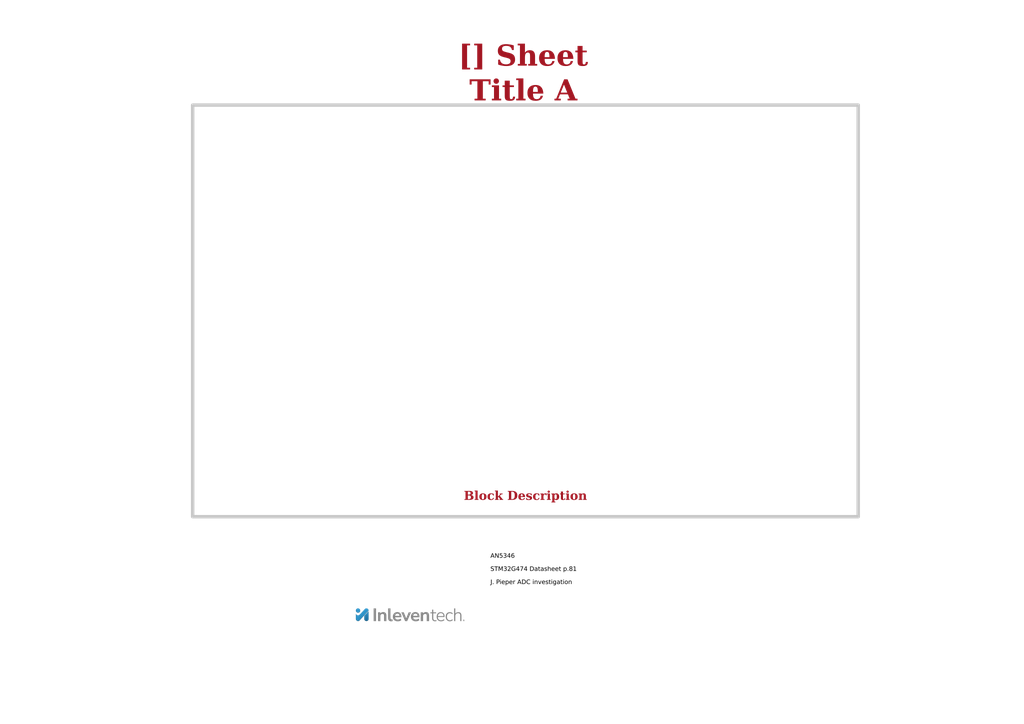
<source format=kicad_sch>
(kicad_sch
	(version 20250114)
	(generator "eeschema")
	(generator_version "9.0")
	(uuid "ea8c4f5e-7a49-4faf-a994-dbc85ed86b0a")
	(paper "A4")
	(title_block
		(title "Sheet Title A")
		(date "2025-11-08")
		(rev "${REVISION}")
		(company "${COMPANY}")
	)
	(lib_symbols)
	(rectangle
		(start 55.88 30.48)
		(end 248.92 149.86)
		(stroke
			(width 1)
			(type default)
			(color 200 200 200 1)
		)
		(fill
			(type none)
		)
		(uuid bb86d4de-8a6c-49fd-bb3c-0c8f9cc72e55)
	)
	(text "J. Pieper ADC investigation"
		(exclude_from_sim no)
		(at 142.24 170.18 0)
		(effects
			(font
				(face "Arial")
				(size 1.27 1.27)
				(color 0 0 0 1)
			)
			(justify left bottom)
			(href "https://jpieper.com/2023/07/24/stm32g4-adc-performance-part-2/")
		)
		(uuid "9b3ecc35-3df2-428b-a29e-c6c2c744422e")
	)
	(text "STM32G474 Datasheet p.81"
		(exclude_from_sim no)
		(at 142.24 166.37 0)
		(effects
			(font
				(face "Arial")
				(size 1.27 1.27)
				(color 0 0 0 1)
			)
			(justify left bottom)
			(href "https://www.st.com/resource/en/datasheet/stm32g474cb.pdf")
		)
		(uuid "e6fea1fe-2cf8-4a39-929e-14f4aedafb02")
	)
	(text "AN5346"
		(exclude_from_sim no)
		(at 142.24 162.56 0)
		(effects
			(font
				(face "Arial")
				(size 1.27 1.27)
				(color 0 0 0 1)
			)
			(justify left bottom)
			(href "https://www.st.com/resource/en/application_note/an5346-stm32g4-adc-use-tips-and-recommendations-stmicroelectronics.pdf")
		)
		(uuid "f25578fd-4ab6-4599-95bc-eaa8a509f479")
	)
	(text_box "[${#}] ${TITLE}"
		(exclude_from_sim no)
		(at 115.57 15.24 0)
		(size 72.39 12.7)
		(margins 4.4999 4.4999 4.4999 4.4999)
		(stroke
			(width -0.0001)
			(type default)
		)
		(fill
			(type none)
		)
		(effects
			(font
				(face "Times New Roman")
				(size 6 6)
				(thickness 1.2)
				(bold yes)
				(color 162 22 34 1)
			)
		)
		(uuid "b2c13488-4f2f-433b-bdc6-d210d1646aca")
	)
	(text_box "Block Description"
		(exclude_from_sim no)
		(at 57.15 139.7 0)
		(size 190.5 7.62)
		(margins 1.9049 1.9049 1.9049 1.9049)
		(stroke
			(width -0.0001)
			(type default)
		)
		(fill
			(type none)
		)
		(effects
			(font
				(face "Times New Roman")
				(size 2.54 2.54)
				(thickness 0.508)
				(bold yes)
				(color 162 22 34 1)
			)
			(justify bottom)
		)
		(uuid "b610ad11-6470-4e17-bb6a-df05c5ad2515")
	)
	(image
		(at 118.999 178.3334)
		(scale 0.134391)
		(uuid "7047ec37-1cdb-4f96-9184-785cd5468fbe")
		(data "iVBORw0KGgoAAAANSUhEUgAAApMAAABRCAYAAACOqS1rAAAAAXNSR0IArs4c6QAAAARnQU1BAACx"
			"jwv8YQUAAAAJcEhZcwAACxMAAAsTAQCanBgAAHJ6SURBVHhe7V0JYBTV3Z/ZzUFOgoAogoSjUkEF"
			"iwceVdBqv2qt2ortV2vFaq1WrdZ6gMolgoAHAqKCHKL2q0q1AiK2IgHUqiA3KEK4IQkhJCH3XjPf"
			"7/fmzbJJdjc7m9klgf0ls/Pemzcz7/y/3/u/Y5QEEkgggQQSSCCBBBKIFqo8N4kb3lw9SHU4blAV"
			"ZzfclIs7c1RF3eN0KOWqrq9waO4F/3fLBbukd12eWxyu/ftn7VL19NsU1dFPV5VcxAGHcsShqOWq"
			"qm9wKM7lvurKFe/ecVGZCgd5W4vB+PHjb0C4bpDWiFFbW/t3h8Px6ejRozXplEADTJ48Ocflck3W"
			"dZQMC8A9H27ZsuVf8+fP90mnBBJIIIEETgCEazfYNqDN/QBGr+Fy/CJso3nD3HU5bsX9gMenPujR"
			"9RyP5tC9oFcaEs3hUPUkh6okg4WlJzuVtCSH4lCUjarqm6K//8y8d999V2tJZOznr305yJfkHOXV"
			"lEF1aPI9msp4CNabjHg4cbRBHNIRoZQkR7nD512keGrHvH3bxTtbUjwmTJgwBqeRhi1yFBQUPP7W"
			"W29NLy0trZBOCTTA2LFjuycnJ++U1oiBNH1p0qRJzJMjOBJkPYEEEkjgBEG4doNtwyuvvDK6srKy"
			"DNbjum0A/wuOn7zy2aByV+26khpt9KE6rW1Zna5Uun1qHZilC4ysFubKOq9aVuNVCivcyn4cR1y+"
			"c7y6c7b+i2Hzrn3hox/gMZY0PLHCFa9+8WKpR19WVO27vLhW0ytcmlLj8Sl1iAfjUuX2KUfqvEpx"
			"tRGPokp3To3muFVLzVx28xurHh40aFASHtMi4qJp0ZXHurq6VBTsVBhbRDyOJ3g8ntTMzMxkaU0g"
			"gQQSSCABxe12t0GbnTxkyJDjvt0NSiYvm5b3wBG3llfm0nOpxdN1PwHRdWrpAjR1tPvgAeRML672"
			"KAWVbr1Wcd6S2bnLJ5c9NuMsScSOCahZveSlFetKXdoDVV5F9WmKiqCKMEsv4iwiBzde88ATiKVe"
			"UOFSSmu9p+vJaZNO+t24cfDR6okYCI80JWA3qqqqePLXiwQSSCCBBE5sOBwOpbq6Wpk/f/5x3zY0"
			"IpMXvrD0gQqX9mKd5lA01UHiKFpImRKw6MZhOsl5AvhRNdhqPJpyqMqtVLq10zudfcFHyvnXn4XL"
			"TvqJJwZNzsvZf6Q8r8qj9tcYTRkXlTgafnEWETF+TageTdcP13hBjusUPS3j0V+9/uVkuKdanU/X"
			"ktCShuuPN0ii3mrLRgIJJJBAAvaCI4kZGRk0HvdtQz0y2f+ZJbm1Xm2y1+HkpEhBvMSFAE2e6RQI"
			"v4skmnU+XT9U7VGqfEqXjv0GLer/mwe74mrIIfVY4Iiuv+jSHP01Z5KO7oF0ZRCNeZKAGWwzjnQ3"
			"LjG+sHNOZbVHV6hx1VPS7/7FK0sf6d69OzWUrRKtmQi3ZATUiQRZTyCBBBJIoCGO+7ahHsHTdC3P"
			"pzoVh+qkCk+6AgGaPDEW3EDDJS7IQwD+3UKz51FcitKl2+BfjOzUqVMargQ8NHY4b3LeaK/i/L3i"
			"ZFzY1OO1RnyCZqhxBTzZDB/NjDN+2bOocnmVMsQlOav9Ix2vuvXsIUOGxF3TaoJq82hAIllVVRU0"
			"/gkYaNOmjTRZg6gTwOjRo43yk0ACCSSQwAmBptoNDnOfCPAzk7PHLRzqVRzdVNWh6iQsBmH0q7JI"
			"tPwtJYmWSbwkhGfDSOj0Qw1lWa0PJOyk27v+/M6+IGHRMSELuGDKilEexTFKdTrBIp2IgDG83TDM"
			"Rw3GNEpp80M44B76I1kor/Uo1V4tq/OAK4YvXbqUY5r+R8QT0S7AQWLomZmZxyTMrQV1dXXSFB1A"
			"JhuVowQSSOC4A+WoOORoT8MjgRMITbUbHOZG2yBtxy/85M7r9Y0CjzT1eAB+YeY8SLoFtpIBtcXv"
			"DIPfLB5CoKJVuzW91qMpp/S75Nb58+eny8oXE1w4Oe9Bl6aP1kEiFXGAEON9puaIMINGCNNRYWDG"
			"KyBOBs/UNV3x+jT9CAhlUmbOjel9L8jF5WOysChazWQCTSNazSQhF+AcLVwJJJDA8Qh1woQJO3Fo"
			"PCZOnCjOPMaNG/d5x44dM2LZxiXQOnHCkMkfjP5Xf7CsXKHFM9tDnPjPQzAqwGRZ5hmgZ2E1vEuH"
			"APLmQ8Wq8uhKSruTb0tLS8u5+eabY8KGBjy39AaXrk7WVM6RBJF0MC5GmABqJ0Wg8GMErgFBJsQ1"
			"xhjhRxx0RYNQMDwJUlrr9ip1Xp9y1nV/+N+TTjqJw/ZxR7SayQRii8zMzIbFKYEEEjjOENi2NQS3"
			"CEOn8qRYtXEJtE6cUMPcST7vIJ7BnMRcSVFdQKs0s+Yc7WkFW4Aj+CN/zCuBZz6iGiTMp6tZ3X/6"
			"2zNWr15t+35850/O6+9zJs/lfE/VIed7BvQOYUCkRNwEKRSOplCQJBPgBeFPRBtnetR1jUwSZ13x"
			"+XxKjcujOFMz+7pcLpLJViU0pPYsgRCIdphb1gmjXCWQQAInJNBGsO04ZvPpE2iZ4DD3CbPPpKbq"
			"uYI+SSVkvYHu+uSx3pAxICz0J+mXuGr6oJ1nTdMVj09RTjn3xwNBaEgmbUvYgZPzcn2q+i9NdeRw"
			"BTpCLK8chRkehtAkj/gxWOVRNxE3HNK7QSCFVWgoNaEVrK1zKUlpGQNALNNbWwHJysqScUvATsgi"
			"k0jbBBJIQJ0/f740JpCAgb59+x737YOhWdO0fmBSoFSaJEcklNJkcitJwvyQBMywCIOh/TMg/Jr3"
			"+nDyaD5Fc7mSPB5Pkv+ZzcTAV/JyPQ5Hnkd35sqhbTpzqFq8wAwMzwFmw2iSTvo1wm0EykgDnfMk"
			"ecFwR4gJn5ff2uRwRlZdXV0KhEar0kwmEBsE0dYnkEACxyEiqeuDBg1KCIQE/OAw94mw04dJJrkH"
			"DokU/n0GezK4lUGwAJJNaTQQQMD4Iw+/f8J/A57GL8skpWefpmkal1nLC9GDm5K765Q8t6Z2U51i"
			"sQ3+pWYS7/MHTp6FGcQRoIl+VKE5ZTzoRru4BjekBx5gzJnEofl8OLyK5vUoXpdb8dTVVqWkpDh6"
			"9eoVdzLZnAU4iF/zEz6BRkCZTqRrAgmc4Eh0Kk9MNLVwUw5zS9vxC8FMwDF2i2Fcn0YihdbRZxAs"
			"ORIsSJgwGLRLGPhPAiecJVfjv6EVFM5+g/CtK67ykiJhM5/WDFTpSp5HdYJIJuGdYuEQiaKpZTwa"
			"iNAgexTxFLcJA8i0YVYUHwkCXZkmPkXxelQdZBJssmrr/On3gdS58vPzcSG+aMbWQETzEz6BRpAE"
			"Xz0RVuwlkEACwcG2g/OuO3bsmJCzJxAimWt/wnxOUVV8R3RObPT5VGomBa/CEQQkJIaBZmrzyLiE"
			"VYIETZIWOhrkjMRNU2pKiwroxGvNwfkvLp/rUp39FTWJoaAT32mcQ4ORCrwuNZE4TC0kIYe5hXek"
			"idDUUivp8yhJmruq9PP37ju0fvnmtm3bHoS/uJPJaIG46pWVldKWgJ1g2vKcIJMJJHBioznbiyVw"
			"/IGKBjQP4XjJcQOpmfQtpzZS17ySOHlFC0k+hTPNBkHkEUAWxQ9JmWEU10Wq1Us8OOs+NQlkcu+X"
			"H32bnJzsaY6G7IIpeaPdujpUdXDlNl9jvEq05+Zz64dPAL7o0e8Eg+GH9wkiKaJqxle4g0hSGyk0"
			"ksnw5Nq2atyBT//xdXZ29oF77rmn1nhM60FWVpY0JRAM0TYEZgcLZaZVlYcEEkjAGljFzfreEKHc"
			"EzhxwZHE5vCd1gRBJmsOHV6h61o5SKQuhnJJJn1eFSTTZFesRRwSFkRSDA8HABbajSFjw4nAIzkX"
			"06c4NJ/urSpdf2THllIQMbe8bhkgkqNcmmOU7qBGkt8OB5uUGSXCYIbLOIfKQNHmI2CGZlL8Cyey"
			"R+GmU0OLNGBaGETSq/j2bBif/49nF3Xo0OHAwJH/7Dh69OhWt+FjQjMZG4hyFLq8JZBAAscJSBhl"
			"fQ8KXEus5j7BkPicogFBJvfPfqgUDGqRooFA+jyK5nGDS7pBLL2qWIwiSJesQEeJpHCVZtYymk0S"
			"J4gZDpAxr5KkedSqvd9/6Ha7K3fv3g2mah0XTlnxAImkxi/bCOoYvlLzujiJX3/oaRJXxL3CVV4h"
			"kcSv+CFIJkGuk0ColZI9c7+bPeod+Nr/49EzUxxtHO/DfEz2mUx8ASd2iHafSQlZ1BJIIIETFdRC"
			"JVZzn1hoqt048T6nWHZwLBffGBo5t6KDUArNHMil7jPmURrkyw+SsqOVxphrKEiazsU8mk9oOVXN"
			"o6d4awtXT3t0AS5X4LA8z/D8yZ8Odfn0FzXFoaoOp644HUdVoyS3R7WToWBcol8zHuLEsMIg9pHE"
			"dWpSqY2Vw/0Onkt2v771lUem4WrBT0e/6yyozVjqU9T+aWlpHfv27Rv3TypGuwCHSAxzxxQsQQkk"
			"kMAJCtGWJJBAA8itgaTt+IWfTO6c8egOr8c9nSRKE2TSpWruOm6Ho3P4W9O8xmIUnYtSNLAzQcT4"
			"g7txGGQMhzFErHg84JEuJVlzq9U7NsxJTU0tgw/qey3VOH7dxq05X/A5knTVmaQIvWLDJ5jaxsAr"
			"hgY1sHrTzADjx3Q1XHg2SCRIMAm0x60qOCsVxR9vmfbg9JSUFC4cKi9Jy5xd4/H153e/a2trM1wu"
			"Vxj+2vKQGOYOj2ZOnlcTc6YSSOD4BtuOpur58uXLA5qdBE50ZGRknBDlIXDMVHOUHhwD4rgJhFCQ"
			"SN3rUnR3nap76gxNpY/zKUESNZ+ueb2KKhbtgITBzNXOPHAd94CI4h6n5lY8Bflzv3197Lvp6ekl"
			"eAc8RI6Br3zJr9vkaQ5nO/mZRLBGoyKbueO345rf7ehhkExSSA7XiyF7gzqSOAoiyWsENymnJhJx"
			"QeT1VK0uf/vUe0ehIOw///zzD/d/ZvGsGrd2g6Y4RBhAMPmqVoWEZjI8mjPMLT9VaRTGBBJI4LgE"
			"ZT/bkwQSiBTV1dUnRLtQL5KoJGruH5/+YXK7Lv92JCV1pQaO2kBxJCXrKhe+OOGmcrjZIaqUyrUs"
			"ZGQkagqHyUEucaggZknVxUs2TvrTyMzMzL0/+9nPDs+fPz/iIW7xdRuXmufWnblcua3gfXCuF15R"
			"sQ1uaLhzuPuollKCYZNbGOEaWKN05sF9JemDYQaR9BhkOE31FO6dN/bWmsLtWy+88MKDpVf+7UmP"
			"4hhJfWyy06F275Sj/Puey/qefvrpO/Lz813GA+OD8ePHj3E4HCOlNWLs3LlzzD/+8Y+XKisrD8N6"
			"NHlaBtRhw4blgLjnIG65OPzhczqd5aWlpXueeeaZcrPjAMQk/M8++2x3n8+3U1ojxsGDB1+bPHny"
			"k6NHjy5pQQuzRJq2BTRN604HdIDQVxJTlo+4XK49CCtHC1D+hbalpZWJEw2icJv1ICkpqRs3w2ee"
			"8QyUmfVAeDbqwvGWZ+rYsWNzU1NT26Ie5kg3Tu1RceweMWLEHljZ9T9m8WcbOXHiRMqIXMPlKGpr"
			"a9fi2k0DBw7ct3z58qjWBhwDiEWnTE8mrEzX4wFGAYlDWQnXbhQVFc2aOXPmyGuvvbbYCv9pAH+m"
			"MD4E4tTi6n6wkuPoeuvjfVJP7jHTkZx6EUicYnzzGiQyKQk5I1dRo8HHzcb9jBYiSVKGSq87dZ/q"
			"Kdo9d/ecx19OTk4+cOaZZ5asWbOGlSuiBOD3tj2qAiKZlAs2gfegNIh/f69QvFu81jATPJnP95uF"
			"f5JNcR/DKOziEL8aCTC3//HqKs4pmquoeMmcP5dvWvFNjx49Dib/dtLjLk0fCT6KOKt6soNksh3I"
			"5I9bHZlEoX4JxojJJBquXK/Xi2xPIgmRyawoph2dBJ3aPJo5REwzKtWeUaNGUSiFfQee3Q7xuA3l"
			"pT/8Xg6nRsI5EPBTDr8bcKzEsRzvWQ4yxHdEFJdIgIasO8prVGQSeLKqquoQrLaFxwqQFjlohPvD"
			"eAPSqh+O/ijr/gY5FOBnA05M1xUej4dpupvO8rAEGYacwDLTsOywnNAtUAvM6yw3uD/uRJxlXBpF"
			"OBqGlzDLdkCcykH62LlpVl4zvUAWB+E5PCLKM/hhPSCpWo+wLES6rUd92wV3Xra97AXmqXQKW/95"
			"DYdaXV0diRxQkf6s+4N4QB70ayr+iPtG+NsFfwthXT58+PBdxhXb4l4v7wOBd4o2aMKECUHJJOK/"
			"Ftdu6tu3737Z3kUL2/ORQJlth75lP6Rff6Qjw8+09seDZQtx3I0O/B50Njeg87Ie/stRBhiemITJ"
			"DjBeJ510UjcYWX9yGTfEJYdlieUPYJ7uxnkPrq2H2x7IuvV2xSscmSwuLp41Y8aMEddcc82hCMmk"
			"OmnSpH54HmU5D8ZBxEVcNPKIHcrd8LMBebV77dq1G/Fsys5jmkehKg6Hv9N73D35b47Mtn9UnSmd"
			"4cLFL6Iy4YcWeKFmUIafw8aMjLsmv27rl1P3LJy5AsLmYO/evcusEEl+JrFSUda5FGc3B4e2HSCT"
			"ABKQl1kqRJjNh9ECD0LraLgYEA7iHz75LzWSsFNNCXdqJQFugeTz6JwnmaK5C0uWzLmvdGPeBlSm"
			"Az96ZvGwWo82SiOBFnFVqJlUqJlcdMfAvrDuwHG8aiZVCEbLjfuBAwd+tWzZsg83b97sFmWlPkTj"
			"AfdRMLMBiRrIuT1ut3vcu+++O2/Lli2cPhFJnMKiNZJJpCcb4QdgHIQ0aZI8NgU8YyXIwRsjRox4"
			"HVZLAmrcuHGDIdyWSasl/Oc//+lFkhRPjQ7SbijK4lxpjRj79++/6aWXXloMYzTzIvx1AEdEhL8p"
			"MM+QdvOeeOKJebDa2qhMnDhxNJ7P+hoxEJZ9kB39H3roIRKRRjJEEtQHWW6bG3+8603Uv3Ht2rXb"
			"3hxywHrEPEF4GgmtQMAPnx9UduHeStSdzSDT3EtZC/Ys3h/uHbh25PHHH78ZcfEESzurADHpD9LB"
			"DqZJ2i0B6bsR9y4/cuTINKTRDpjpbFv5ihYsQ2lpaUMRvhtQjprshDQE/LNDtgJtyEK0VR9IMkZY"
			"jlu4dsPUTNbU1PAjJ6Hy0+xUDUVcrm9GXN5AXJYfK2IZruLwWuqp197ZN7nD6Vcmt+s0xJGadp4o"
			"TKJAicMIsO6t1t112yq3fjXn8CdvfokGpQy9tJIhQ4bUWIkYiWS1qubV6Y5+qoOfSTTfFQSolIIs"
			"SjNSVJj4QzMSmAaFcyHpaNgJuiFI9MPFRpJIOn11RYeWzLm/YtOKTe3bt993+l9nP1pZ5x3lVcSn"
			"Gv2BSHKoSo9T2h0zMgkhPQaneGgmoyKTmzZtumPJkiX/RK+Wq3387zGFNYzNIpENgXzdCxL3KIjM"
			"P2GNdhhBoDlkksPcMMaFTCLOzJvbkJ63wWpreppguqL3PnbkyJEklUzXSOLlBPkowb2WCUJ5eflL"
			"s2fPHn7o0CHLi/SiBdIwDydL6Yc0KUI5+SkEN+u+pQ3kUAdIXlkHwmrhowXSnRqXp9GZex2kPNI8"
			"CwuEebQMc8QAoSpEGg0666yzdq1Zs8Y/T95OEtkQeOffq6urn0JnezvCazneIF0kJpY7FnYDxO/A"
			"008/fVFtbW0hrFF1rJC2ynPPPTcIz7JV3uJ5byFcT4Es77CD6EaDWLQjrDfI+4WVlZVT27RpsxNx"
			"Y/mJuAyFazdMzSTKZjGs9dJMEmIqAh60qz4wLqgLD48YMeJfMHN+TFxkKRG4AKchGIi6wsWz1mmf"
			"zpxW9NpD1x1YOGVA9bZVt9fkb3iwZs+WMTV7Nj915JtFtxS88+y121+469aij+Z8CGG2E0TyACJS"
			"JdW6EUcG7ONFEMn+crGN4HABVJJjDEefJYkkEot+6M3wSpJovFMY4Gq4CCtCBdBFk9v/8HBq7qoj"
			"X3wwnESSX7c57a+v/brK5SOR5PPNIOBOjU/iw8T8M+EaZ6DQS5M1IPABSRk7IP+dIJL+d7HCoNF+"
			"EcloueGOBHju6VlZWW/jPU/n5uZyOXZc4hkMLFqxBoUpCNsyxJsNX0yIJMF0RRl/De/Lv++++3oj"
			"fY2hiPDwQZBxGy3LaNu27W0gku1gDCeTbAPiRUJnOf327NkzB0SyasCAARF/fIF5hjqwTuZZTIgk"
			"ged3Y55dffXVyx544IEz0JnnprxxB2WNy+VygEhKFyMN0FAzDaj9s5VIEiA4t0B2f3LPPff0jSbe"
			"IErSdGyBtHGAsKWjfEUlx9Cp7Q/5kIf42C5vnU7n7zIzM7eBOE299dZbT4ZT3GQt4pXLzh/Kj+3x"
			"Yr1B3O7PycnZjo7O2GHDhvW0q71kew0iKW1H8eyzz4r6gPdQ829bfWBckD/z0SGZd/vtt3eik3El"
			"9ohEcGv79++vRYIcPDNd2eT+7O1/Vi+d9Xrl4ulTKj58aapr9ZIlaVVFa9GQ7xw0aNAB+D+Cg0Oc"
			"llrW86eunOxVk36vOI15mWLomjiqFGRNo8VPKg0L6x+twoRf/nDVNveMBPESe0gKGinM4hOJ5gp0"
			"r1tJ1n2qe/uacQeWvf0lBOD+nsP+flOtS5/j5qPwBt7nfwddjhYytVevXtIYP6CwS5M1oLLo8VjN"
			"zffgxEM02KwwMLL3FVPgPcMg4MZ26tQpHda4VSACZV2BkOU5Zu9l+YslKQ8FvK9bly5dvkK5exgN"
			"XBLCETaO6EhMxYkywBLwnqyhQ4cOwrvitU2C5Y3fqJWcN2/eByC+Zdddd12T7KNBR4rzn+IC5NWP"
			"TznllFU//OEP/wiZzL1w41ofTODdQg6A3Dwo0yBmRJrAO07v1q3bFx06dLgUVkt7AENuSVOLgFpX"
			"V2c1zzhUOhptGOVtTOUD0urePn36rL733nv7SOIe0/LF8oMOXMzjRaAz9jjq96fjx4+/A9aICgXa"
			"HmkKDcgCaRIjIi9Ksh+z+sDOVe/evb++//77z4xXp9IKM9E5ZHHo0KGqsrKyI0B5RUVFaTlAt927"
			"d9fJ+U5CgFjBBdM+G+XWlAf5dRuhkuS/UUANEmdA2MUZDRpgvIhmcTL8Cs4nfqRv/hiOOCD/xYIb"
			"oZHUkxVN0Q5un5L/j4n8TGLBgHGLelfXuSd74FUEgjfzGXwHG1E+n24GzHOrAHtIlZWVjFNECEh3"
			"S0Al4Tso2LrFowEJREZGxsN/+MMf/gZjVBtGRiIUgoFpJbcGignYK4dAjQspD4G2ELITQaCeQp6S"
			"7IUsR88//3wph8Ok1RK6d+9+PzquGVILGktQfnCOkiVAzn0EolaGTmQVwhh2iIB5hvLE8n9M8gzx"
			"y0Z9eGXw4MFPwZpsuFpHtJ1XAu2BIDioH5OlU8zBeHft2vWt3/72t2fB2qIYYqwgOy0crYhoOgLa"
			"giqQzvyampqVaL4/wrGYR3V19QquSEd+NbkhMd51OtJ58xlnnPGnvn37snxF3LZECtQhxiuP5QeH"
			"7drsUGDcQJhfGzNmzFjELay8awqsP+np6eJ+LhRCfOImxxmPU0899eO0tDROyYu1TLW/AFjFwOmf"
			"jarzKKM1ftmG0TdIIpkMw0Y1CNWQwi4ccAiA3hlzJgWBNJwFYaSzlPOGHZSRP5rQSPK745qXn0n0"
			"qo7De+d+/+ojkyF09/Z4+I2ebl391K0rbbls23yCn0TyWUCS06H37HySuuiOi/rAynkSiQU4AVi3"
			"bt0fU1NTV6Hnyi8exY1IBmLv3r2/+vbbbxdaXczRnDmTcgEO91K1nGbhQFICwR9XUh4OaICefeON"
			"N0ai88hyH7QcIR1/gnT8RFot4f/+7/8G4N5NgXPt7Ea08+Pef//9G1GuvkA+sw6FzGcuesDz/wVj"
			"i8gzkITn5s6dO5IjTNIpYpAMQiZbmjMp55UOHjly5M+TkpKelc5xhdvt/hrv/x/I7SMIf5PyDvEc"
			"hHp2Dw6ObFDesy3CydDEm8+gY1ZW1mU80R4IxhtpvRZERJOdakEm2JE37zfJOd3Md9CN/mnGuXLK"
			"lCkjzzrrrD2R1AGEmyuXm5QPDBs7Q4WFhd988MEHX+MeJJHbhQ4PRxG9fDfg5FFXV5c8ZMiQs047"
			"7bSBHTt2/B3i01k+JijKysr+8t57783cvn275RHJUIg0XiYQ5nVo27bxQBy/AzmuQHzLduzYUd2z"
			"Z88MtEedc3JyurRv3/585N956ByfIW8NCzz3XZD1O2HkWHXQOh+u3eACHLQNI+666y53p06dPoVT"
			"yBEKknyQ+XWHDx9eCxlzYNu2bVu5mGvVqlX8aIoycODAU0Dgu6B9zT7llFOuAG8Z0FTeEMj7r9CO"
			"/BTPrbQrf4JBFPhjhYHTQCR9IJKqUwxro1KJEi0uklTCiMgLQkg7zg3DS5bHe4Qf/hpD3Lwi7eSj"
			"rLhiaNvYWN3BeZIkkjMeeQmVaU/u3+a29SW1+dSn6bmKKoZpmeIGWeWz+VhxVsTWQD1Oa6982MrI"
			"5K5du576+9///pIkPCIyTSAqMrl+/fq70Jv7JSrX/0inuAMNwurnnnvumr/97W+lTWmQAtHSyGRL"
			"I5ImSChB+kbk5+dz3mCwsuRAY8D5TZdJe8SAwJv++uuvDysuLq4Sdd9+cJ9Aal8sDTuXlpZ+/OKL"
			"Lz588skn79y3b19tqLCRSOLZ1KbETZMSCSoqKkYuWLBg4pYtWyKe60lESybRkbv1qquuiqpDYRdA"
			"Jh4GyZnOUTPpFA7M0AwcWWlpaZy3aJZrNT09XZhR7qllUp588klO++gqrgYA19dBZg5FA18KK5li"
			"vftQJlQ+l+ZA94bX27ZtW/vXv/71SFOyKxLCBTKUv2nTphcXLlz4X4SZGkl+0rg2NzfXjUN0tpFX"
			"DKcZXwfna4LIUqubirTIBBH6LYjQX3B/F8NLY3z//fdXbdy4cYUdncBIiSTJF8jau4sXL/476mQx"
			"wleNtK8BoXd36NDBC8LoKygoUDp37izIOuS0E0QyBYSzDcpmT7RTPwNZvrUpQoZn/3n69OncKaHG"
			"cKmPpvaZhNwYgTgNR5z+Ip3rAfm/HvVy1oYNG7bs3bv3IMLDeNSBSLpBiplHGuPAuCC8DrzLAXnE"
			"vEn7zW9+c1mvXr0mwP9pxtOCA23TZMjVJ6LpUEYK0U26ZvK/KABjIrlDwSSSPgYBghkJLQgcSzTN"
			"MIkTz3SS56MgWaS2kXdIwmcSSVK/o3Zd1/gJSLnYRuUXekp2z9380oMvo7AdOOOB13I0R8qnPh+I"
			"pJEcfA8fcZRI+h8JN/zSA+6tH54WDsTFL9xiCQio648lkSTQczv/xhtv/B9Unrh9pgiVVYfwl7bm"
			"gwK1JRJJAg3fI9cAnEMpnRpCQ6P4tDRbwkknnfR7pOVJKKsxGaIcN24ctxGxPH8xLy/vNQj3sosu"
			"uijYllcCzDNqJPH8FkUkiezs7KcuAWC0NJcwWlxxxRVsfI8pUJYeQqekHeplJEN8lI3UPh1E2eVK"
			"6iJ5FD766KNFaPCFHeeDIC1B58tSvuKo7tGjR/Fjjz1WyHvM+/gM87mB7nwezgdpl9cPgkAE3VIp"
			"ELjO/QfDygcQk6nw978gW4tBonacddZZ3EOWO05UmNPS5OgN48P38fBKQkgCfoRhmjJlykuoN+eh"
			"XobU5oPQvA4SfDqMkaR1SLDNRbzCavVJIkGs5syePfv6qVOnTtqxY8cmdPJ2gDjvA5Fk/MpKSkro"
			"h+SvhmcQSZrBIytJ9As++eSTL996661xTzzxxIWFhYXDQNC43qMR2DGaOXPm1zBSa2s4NgDeK03B"
			"gY7BLYhTIyLJZ69ateovkBu3f/TRR4vQ+dkA0rjrwgsvLKBiguUA3jh/qtaMC/xUgUhWICwlyJsD"
			"c+fO/Sfi0P/IkSMv8pmhkJGRcWfXrl25F2fMpn6IjNd96o2IbBoCGBeCNHDKitGCSKoOxcGJzybJ"
			"Id8RJ5lpjcPDC8LR8CJ/YBF2afVrFOnO4QYSSX5rm1rJqpIlW6c/9DI87j/rrzOz3W3Sl8K1m8Kv"
			"rshGQtBH8UQ+FydBWmnEr2EW3lrTAhwCwY95/ubk5FwrjccUEOgPoOLlRNiQNAsyXVW8y3CwAU01"
			"FE0BjdN6CtzVq1f/ecGCBdeNGDGi/7Bhw84eOXLkWfPmzbto/fr1d0CIPgvC+o28xRI6deo0DaT9"
			"9FCTu5966qllSBfuf2YJiHfWTTfddHmsFuKg/jwojRGDablhw4ZtKNvlcoeKRoikcW8KeM86NHqz"
			"0Zj/eeHChT9HXvXDwTw7Gx2jizdv3vwHXH/W7XZvk7dYAjp6b1x66aWnx7pOoDN5SlPanniAYbj1"
			"1ltvnDVrVqp0agqU7Cap8h9Ir4ZuIYEyoPfp08fX8J4gzzAPlqdAMsfxbqOFCQPUPZKHoGWNJGXZ"
			"smVDX3755Zmw7gbZOQACUilJIt9hBfTPBbiHZsyY8ReU0ecN5/qgZmzQoEFsV6ndjbqdmTRpEufX"
			"huzsMW7vv//+UJDI50giUaYpYw5LjZvQ4tEf0DANaQ/MXzcJJ86FqNPTxo8ffx4IGRcP1gNI92zI"
			"jCOIW8jRiHBz7dHxPrVDhw5/lVY/ysrKloAI3gqe/3FmZqYgkFyHErD2JDCfGpUHWUZYbuogZw+/"
			"+eabj0OWTxQXgwD+sy677LL7YIwZzzPIpKpe3uOqX502ePDgmLFWE4JIauoon9iM3CFSCTGjatJM"
			"MH9ETYOZifTAQyObE/QOdq7ahkHSPp6kiV9RhE+NcyRRh3BO1Vz526fexyGbAxeNfjfTlZ7zH7em"
			"5hqLbYQSk9pOvkA1V4EbB18stJziXRL+cMYTnGsTLSIRUvEAe5bASpC9dw4cOPAih+B37tw5GvaZ"
			"EForkA9NTgBvCqjg5918882DIShirolhukIg2Ja2EyZMCNlQNAUSHxDI+9jbhcAd9/HHH7+/devW"
			"zyCEt6Pzs/3000/PR492/dKlS+eDVI4fNWrUdTAP9nq9W+UjIgIbjyuuuOIJCL5QwomC7g3DaA0I"
			"5/0QrLYvxOG0AeQV9+a0BJTNt0Hgyi+55JKQU1rCNe5NAY39um+++eZeDpG+8sorT3OfVuYZ3pmP"
			"Y/sPfvCDbfTzySefvIs4jAe5vGLbtm2/C6VNCQU0il1AJh9Auka30sxmoMwVIp85j292fn7+WDSk"
			"YyAPnkcjz/SOijA3xKmnnno7Gu7sEGU0KpjtUShAjsW0bUDd5n6lQcsxyRY6j/etWLHiS1j5VSlq"
			"4kgimyufNMSres6cOSMgP56TbvWQkpJy9V133cVRqagWfDFeyKeQnT3UgXwSsE2bNq3v3Lkz43ZY"
			"TmGItlFkmnAonEPjxXj/8O3bt/8E7dN+XqQsnT179nsghCWQc0E7kU0hOzv72oZD0Cjvc1944YUR"
			"kCvfgQDuQ/mskAQyqjxi+wMyXQdZPhL5/4p0bgR0hn8PGXYa/MekfAph7UNWdL/0hnu/++479uBi"
			"VhEEkdQdozTjSzpywbRMQbOyBxAeBMugc/wFqHGkZpCu0o3cTvA7VZA/Tmo27uLgNqSVSo2k6vOq"
			"aaqvcPe8sXcnJSUV/Pj+qd7aNhnz67x6N0U1vgNt/PDXfLY8SzPfTnNg4qAB4YVWg8o4rOYOBzaI"
			"JDqPP/745U8//fTd06dPfwzCaSLncnJx0PPPP/8kjt8OHz68PyrHcDSWYuJxtGjfvv2Pt2zZkgZj"
			"RPEO18OMF7g4BCfLq/1I0Pfu3TvlqaeeukMOa3EOz15qFLj7Asw1/PQnDwpgNNiV5eXldC+G/cuJ"
			"EydeCoJvadUtCPTtAwcOPCtUJ7SiomIKTpa3CeI0ha7AokWLbO3covxZ3lqEjfM777yzrF27dpXy"
			"AwyNEK5xDwfm2YYNGx5Ho8g8WwQCtQvpuR/5cJhDWfDCoS0X5zkyz+RQHefSFS5btuw9vPdHTQ1v"
			"NUTbtm1vv/7668+GMeaKg2BgnKkxf//99385ZsyYn6FRfWDmzJmjUP+nv/rqq5wvO+G55557AIT5"
			"ShCiQSi/HPKMGuxUonPS2U5FSTjZiGsqiIG02Q/kOTtEQeewSiJ5P8jWJhAHdjSqUVaiJVrBQNJS"
			"i07oCMjmL6RbPZx22mmPQPZk472WO4Kh4kUwbmgr/gwCtgMdhAMoQ7U2x43PqgF5XLFx48ZfkFBu"
			"3rz5tbS0tMP9+vWz7UMKxcXF819++eWXEJ99sHKKA8mwHc/mMzx79uzhR02CylykbxbqwoUwxmbU"
			"hz81Xk1Py+nwh7R+l3JSccSEwwq4/U+d4hzJTxPyE4nyNWZ38WhiBlRUXDNUhgJ0F7cZpI7EUmoL"
			"6U4bzfABHim2/+FnEsGUPUqq4i46+PHsP7sP7drWp0+f4prTen5S59b7GePaxuPF8/wQTxGH+Bdm"
			"vItXzJXiMKJXEXBPywf3QowU5Pp2gYLgq6+++gsbzffee28hGmZ+PWQnGs4D7BFyfgiILlfIlqA3"
			"WDRo0KC9L7300lRU6utQqbeIh0QBxPcCnCIedgHZkCZrQFrx+ShCLCjRg7cjvpYWOxBMXzRg982a"
			"NetVNCI7+/btK4a1cKnhcElDMLwaCSbnEnGCNtLf0urb/v37P4p8SkfYG6UxGj5uE8SvLlnGtdde"
			"e8eaNWvI7m0piEzbcI1VKOzatWuOw+EAHy8jkWuUvyjTHN6OKs8WLlx4G+oDydLuCy+8kPPlqqSG"
			"IlSe8f2cm6uRXLLeoGF/AuV2knG5aSCsWWefffYwlBOuRravkkcAlLHPQRhvnDFjxqRVq1Z9CWK7"
			"EzJ0T21tLVdB8wshlAP8ghLnvRUsWbLkS8iB20GYLadvIC655JJrpKIk5kB89CFDhjRLDjQBzqUJ"
			"qgFHmZgFHrkxOzu7QHY8YhIOlj3kCfdhbERa2BG86aabrrI6IgRZETJe7ICgrtyLzvLO3NzcQrw/"
			"5E4SNsD79ttvb0Jn7RJ0eD5EG1Kal5cXlVayIVjnp02b9nxycnIh2jhqjFnX7YT+2muvFeM9IWUu"
			"iPjVqHcxGeoWZLLC5VVduprV56e/e6xTp062v0jsI+lTR3GDBG5IHiDCTDWkf5hbNsyEcYnuZHSa"
			"YHUoWaSNhtk8aIe7OAsiqXnx7+WiGz1FcxcVL5l9X8GXSzZBaBX7fjXmtWq3fo4xO5O3SAIqSCLv"
			"5yGeKB6HX/k+/HN8nRdk0NAIG4bjECJdbQCHJhYtWvRnNAwfw7oDlahQaspcAQ2n+TKeNele8847"
			"72z4/PPPr4UwYS/OMtq0aTPgnHPOOQXvtNxLjgL6mDFjmlVvOMyJk6WhUgpac1gLQmI/tY1ybpTV"
			"DBRah8WLFz/hdrtflW5NIiMj48bu3bt3C6H50VHnolqIwYU4aWlpOWiYbck7pC21kpbSlsJ/zpw5"
			"H6AcHUZ9CCr40XhyWM5yniGd7123bt3GDh067MWzy2WZt5pnGjU0b7311kiQdn4rPCIgz67s2bNn"
			"V7vSNhJwaG/cuHF/OXTo0Hddu3bdDUJcTO04LrGssrFm3EX80QQIOYDDjU7RERCNCRUVFfxcaVRA"
			"fPugk2RbxyQcOLoRq2FuqZUMqgFHOn38xhtv/BNx5RZAMSOSJtDJ4hSM6dJaDyB8f923bx81F5Gm"
			"A5v9kJp9tLNULGyGMdZE0oT30ksv3Y92o4BpKctjSESqhKCcdjqdh1AWS2V9jwnQ+eXc7aAAOb4C"
			"HYEsxMn2ui8e6PFpyhGXV0nK7jB0wCOv3okX2TbPbOD0L0AkldG6w4Hgo70hiQvMGiOjTBdSGHHA"
			"l0HyOKxtXDL+yeeEFtJw4o8gPpw7SYPPx6FtVfG6Vae37mDRR3PuO7wub0vnzp0Lz33mwxl1Xv02"
			"LrnDbWZB5wNwr3g2f3HBGEqHWQSWznCg2XizeK+Y22U+47gDk6i5YGMMAXcPBME69IhICCstViIf"
			"hOP+ysrKu6XdMkAm+0EAxXTepFFuhJZKloyogCS3ruGC0J77zTfffMthLc5pglNzwqCAiHr37t1L"
			"LUHEw9M/+clP/hRKO5mUlLQD7iulNWIgLbJ+/etfD5o/f37UG24HAgKWRN0Sqqqq1oEsVkD4ViM8"
			"jdIVjXs7uEczB3PK2rVrv3W5XOCCBZzY35w806lZ3r59O/fCiyjPmLZXXnnlXStXrozLvA4Oa7/8"
			"8stTsrKy9l544YUHGV5qV+XlsEBYeXKPHz/+WRDmz4WjReC953m93mYtDIkELP88IOOaVQfDIOQK"
			"v88++2xGcnLyIeRryP0Q7QTqpQ/yhlMsgmon0TZ2CbPbQz2gHrEOBe2QmR061BVuu2bXkHCTYPmU"
			"bZUtaVlWVrYEcppzn6l1t7Q9lxVQliDNuDVZ0MWPkMennn322R2RN7Ehk8ydKo+ml9d5lbSOnZ+6"
			"dtqHvwYrZ0FoVuUjkQR5A5EU+0iapYAnvyYSNZBm/5nDzeZLxRnttKBzgufxFhwB8ybFBXk2vrft"
			"EYdT81YeWbVoWPE3/95CjU2He2Y8WuvWbtONKIuH81aSUN7vDx1Akya0kPinxlOEgOpK3mGS2+al"
			"TbRAoyhN1sD70DhKW+xB7ctHH33EOS75qEAHo+1RUmh9+eWX/0HK75VOlgAy2hVkIKIhrubMmUTa"
			"Nqs8TJw40bJWklrfWbNmzUNjWXzw4EGuZrScvkGg45nFVoanObG7tLS07c0339yocFIou93uqLYJ"
			"4hdxcMrEM5ol+Lh/KMqPZdIntwPi9hxBO0BOp/N6nCzlGRsVpO97aWlpds6XUl5//fWDVvIMMvGX"
			"KDPZMDYrbZsC4zt16tSXEN996BSaGljLQP65QSj4NR/LQB52hjxKRQMa03mibMg5zI220/a2IZxW"
			"kmkMGbmtpqamjPJSOscc06ZNK0G6vimt9XD55Zf/byTTVJCviFboDhmnmYCclsFILXbMSXKsgI7b"
			"zMzMzINDhgyJudZYKjVWGLbG6NGjR3fkje0KFiFImNsgTeoRkMlyl5addtJpb7a/dfzDcI6KUN4w"
			"d13OJS//d7JLU+WG5FzkYjwGvwaRJHk0E5WkzjibXXT28IRdeOGZJ/7TAw/DwK4g/YLroQ5xwY34"
			"TKKu1OWvGn9o+fyvO3bsuL/LA3MfAVcehXDwRvNWwyD+OVeNP7QYB1+Ik/QgzPIaH2AAhTzA1rKB"
			"Ss8eetzCW1RUNB8F9jsY2Wg2i+igAUI76YtqZXB2dvYPQWYiGuKKdLgiGKzMRw0GlODfS2PEQAMy"
			"Fr3QQ2ikqR2wU9DqIIdBtQ7BgMYg6/e///3laMiCTuwGKctD+ftMWiMGNRx9+vTpCuHYLMEHMmGZ"
			"SLKBXr9+fX67du24ECZo2iLPLC+UWrZs2SwQqxJ0cOxuHHV0aCYjL0h+mwSIcGeQ//P69u1re6Ni"
			"glolZP3M9PT0op/+9KcsS1ETHcRL+e677/jJwIjiFwh0pDMvvfTSXKR5s4kz8lyaQgNtTizkbMjF"
			"Y+z0oNPMOedx/YAGQC3YB9JcD2hrLkSYuDt7WLk7YcIE7n0YNG5SK/kvEHSSyZgNC8caqJefoS3M"
			"x5mL+OJB9ln+1hvGxujUqRM/r2jLiE8gROUS9QMEzwsydbjWqxyq9ip6m4xnhrzxzeu/eHHBGXIv"
			"uSYbY+Inr60edMjlWlfjUx70kQsaekb/vaKWCZIoANlw9LrpCD/SG2Ut+KXUDtbXSPJ0lEhyaFv3"
			"upVkXVO1ovwp+9+bshAk4kDXB+c8XOv1jdTk08WTAp8h3mYMY+NBxvM18VTcQLt5E28RfvgYfq6L"
			"k63NIMcNJIUtHRQCr7zyyoyUlBROMrZDwLH7GtUSSTSa2dXV1U4QkrjnVaTgFxRwsrTSuKamZj2I"
			"yUYIBjYitgva559/ns/lJzEjwsknn3wxTkHJJLVRKLcLpdUSrrvuOk70b9YuEyg7lsnk9u3bPwQJ"
			"5f51QYekqCmCPLC0+TkblQ0bNmxHx4ONo+2Nyvjx40uRzhultUl07tz50i1btrRBPKRLY0Q7EkKU"
			"lJQsWbVq1fcoG7ZozPAMzev1Wu6UEEjzk/Lz85tNJmV7FRS8hg6QGqM5k0GnaVAOII13In4cdop7"
			"44Cysw7xbkTw0WE6D3KXUwvCpjnK12BpbAR06D5DerIzx45X6EJ6jNHUiFZhYeEKtEPsTMVseDsI"
			"uEF9UCBNs7Kzs5s98twQIqNF/RDkiTvv6Eq5y6sXVbmVKt352+STc7cqNzz+wZA3Vv/hxpeWtpdD"
			"TrzDH5DfzF2Xe90b6x68ctY3eRVebVmVR881v2wDmHRMwH+ThF+QgcwKE4mdSdrgwDmTCBm9ycus"
			"L7QJ4kciSRIptgBKQl1SS/fOyZ/z5Gz0hgsGPrvkb3U+qZFEWPhk3iz+zTM1knyceJ9gjAijeKPf"
			"zn8Sy8BIgyiJh7QmVFayTsYeaDQpYI7gHFKrYxUgqPxAvmUgn7h5Msmk4RAjIK48NSzeEQEN5OXS"
			"GDEOHDjwIdKk9ODBg9GrU8MDVU+LeK4jGjOunE+X8qER0LDw6xkRaToDwSF0NExto10sAtJnefoA"
			"G+j333//v1lZWSG1aWgEb5DGiCEblXKQjZjM/UKdo0SMuAOA+F2QkZGRNmbMmJBp25zO65dffskO"
			"BPcCtKsRZacyKjnAMtShQ4eYaWEJthUc5pZW28DOJuIdVEaAsK8EmamAHIi3VlIA9b0sWAcG4c0a"
			"NGhQj9zc3LBpjjT7hTQ2wp49e/KQnhV4R6vVShLosK2ura2Ny1xWE+gIh9RMQga1RZ7ZXhcaCRFB"
			"oTRdrXL79KJqt14IUlnu1n9eoyTN0nM6lmzodePh699cu/yGt9Yvu/7N9et+Pm9dWbHm21VS43mh"
			"1KVdXucFEZRtqmxZjaFrDm0D/poGu7gu3QVj8x8kdnQSP5RoFJPwLlgdnPEOsWpbLLZRdK9XcWoe"
			"RS3ZPXfrKw9PB/Mu6P3IvF9W1npGUTsq6KEMhvFMeaadf+KHroaL+DXtCAvCI4LKcJn3ASre47fE"
			"C83RFKDBl1kSW2zcuPFtqZW0rSdGoYW0t/xFFZletvfCGgJpy1NU5QFh5Nw7S9i6detqnMhgYzZs"
			"ggYh5KrAhkBdOANHyI3GQeoOg/xa3iaIjdKvf/3rwSAm0eyNhtutayVB1BejgS4/88wzQzbQKIuW"
			"8+xTAGlUiXtbSp719vl8zDPb64bUmO3o3LmzrRozNIQhNS7hkJ2dfSriyrLZ7LgijaWpMZoz7zoU"
			"0PD3k8ZG2Llz52oQBxKVmJWpJkCZF5S4oP4MrKioSAloMxuCCRlUu484czsgfsbQ7r0y4wqQ4fy1"
			"a9fu7tKli11z2m0ByWSYfIkK9QS/qCImE4TVByZW5fIpxdVupaDKox+ocCkglzkHq32XFVZ7Loe5"
			"fwHsh2t9So1HU30MnEkOKW+lAQ+kpq+eZo/AdTK5o07iDukqDYaFB8mjJrSWdBDgYht+3cbr0X0H"
			"d839fsZj00FiDvR+eO6gaq8+y6PhPobHCIDY8Nyv9STEsDmJohEGPFEcmrjO1/P9QjEKb0ZYaBRn"
			"oDUNc5NUQQgaAY8ATIdoQCGwdOnSTRCqtlceK+E3gXuy0GhGz8AtINo0w32WhkspoNBQ75ECKmYY"
			"NmzYLmlsEkzniy66KDecJgIkrdHnyiIBF+Ls37+/ySGzhgCBDTkfKxQ4RWP27NkLSCY5V1c61wPz"
			"GfG1nGcFBQUl6HS4oinHkQLvibjDBRJyao8ePTr26tXLdi1FeXn5WpyqzjjjDFuH9rxeb1RkkoBs"
			"skUORFvPowXeF7QMU9aif7IlLS0t5os6wgHhC0omUYe6oj4lo7wHbSdRP/kN+6CjBnV1ddtxby3K"
			"ZjyHhqNCuLn2yKMKRL+2U6dOLUa7inw5FZ09Zout/EVULvIrQfeCFEi+jRd8Pk11+TSl1kPiiMPt"
			"U1xeTeE8SzHFUPiTt0NY4r6jAZXCU/ihgThKIsV7JcEzwsBrJH50EP848AwSQ14kAQSRFIttFK9L"
			"cVQWf7xzzuMvk0iece/UrjVebZbL6xMLfXiX/x0GDeV7mMviYfIKfgSpNH3yFtVQRAp/tNOZ//6W"
			"ACTFNLZ4WCWh0ZYzrjDGva6cnBwKAVvTB5kRjWYyE+GJaT7JtOIQnLBbAQRqO5wsDcNCyBbiqAbB"
			"4h59MYOMT8SNNwR/n6qqqmR/HWuAU045hRtSW94mCPXs/H79+nW1uhoX4be81dKePXvm4FQKMhRy"
			"m6UJEyZwviQbwohRW1u7ze1218Y6z0aPHl2OeEe8SKVnz57dUGfZDgQtvNGOhJSVlX2fkZFRM2jQ"
			"oOh6v/ZDPXLkSExXcxPNWcQXCihrQTsuJFzI67qTTz75mBIuhC+ojABp6VxZWcmFHqEEY0iNa3V1"
			"9TbUe/e5557bqoe4IQ+3ow651qxZE9d60FQ5RAeEJ1vbRZHJPxwxP09NThnkSE1THMmpipqUDPLm"
			"YAtcnxSGAP1B5DRssWlFWRcMTjwkRMjBz8QekcaD4JsEUBg1GuliLJ8RZi628XkNjaTPrSR7q7d/"
			"/+ydv01OTj7Q+doHvM7uZ27zOpw5juQ2iuJMRvgRANxsPN8IAR9jaCRpMfL46BZAIhSCWhv++C+u"
			"MSZKkjNJP6NHF3XxXZf0QeO5k3umiQfECWjI+LmkkYYtcuzYseOpt99+exoqNxdWGAkRBoizOnHi"
			"RMsVAJVn5dNPP/0HGEn8bBMEDA/inofyZGl+ITVNCM+lLpeLAi/sUBDnJvl8Pn6G0BIOHjz4GvAk"
			"4s690CylGcjkIMQp4qFJgmkMcrKwffv2pbg3bF46nU50BMOPgDX0Y9p5RieEhCwisrtr165RM2bM"
			"oPaRcw2Dhmvs2LE/QV39RFojxuHDh6cjf4bDGNHEX1l+mZeWiPqiRYuu37x582cgHoxD0LwcN27c"
			"YKTNMmmNCDLPPujQoUPI5xIMd8M8ZT4QZp4EyysTaLgo117AcyIiu7t37x79z3/+8wW5gXgjoHyO"
			"Rngsk3I0nn/it8RBKo80VUatIJr6QliVf2FAORS0XCF/144ZM2YIjNzGzDbZh3LMKT6N8lN+mu8x"
			"EAe+L3wljyG49RbqdCO5CUK44rnnnrsV6cLP4jYKH+J1A+IV9HOZ/DTs3Llzn33ssccKW/owd6j4"
			"E0VFRbMgE0cjDfiFq7jFI1yY0FFePGXKlD/Znbay2ym0d4C/0gs7Ki1/TLd6FRAWQ1to3Gx4ot+j"
			"/vkMlBXDajoKmH4kURN+JHHDwYeCPxqaQhI4ERhxTcyT1DlHUvG6lTaau7Dw7Yn3INEKLrjggkOe"
			"Tj0y3V5vW/Es/stnyKcbMJ5jPNJQqeJdxkUjHMbBIXXhD2b8GORS+JMk9BjBqoYxEIhfxGEXeR8F"
			"vF4v50i5h9j8SbFow0OASCqR7P3WHK0CyAK1QtIWOdD4W9JwEZmZmZd17NjxOdw7B+kyN9yB8hLU"
			"PfBo6Me084zXRUzG0tPTT8vOzg6ryhoxYsQyPNfyilz5RZxsubNEkwDx5FxJS0SSXxFZvXo1twPi"
			"9IGQFQ1pY+m5hMyzF3DvbDOdgx3B8pT5EJgnDa8F2lHH5+CIuEzhfhVEMuLdOiJFQUHB/qSkJB/C"
			"JF2OLRAOJEvk8i8a8Plt7J8zyYAHzU/kHYm6G3InUNYyjmY8650ZPpkGpjthutWD6YYzT/X8y7O4"
			"Jq8HBTo6WbieHEr2Ivwhp4qgg74VBKxh3FolUKfjTvQjKYfRtFfhYJJJFBFB8JDpQpFnQBApv5Vn"
			"f8YKdxQ487r4YQHEAU8mqRTOAM3+e/nco4dB2GDADYYb/3ijWVhxgMfhz+cFkfSo1Ei2UdyFh/7z"
			"+p9rCnd9f+aZZx7i9iMi/eTz/ARRWMTzjX/YhDsfLEii4SbsxhVWLhroeNRumMU/f1JSUsy4xRUo"
			"mNJkDRSmPKQ1ltDR6Ovz58+XVtvQrLCjfEhTbMAFOFEKPsvEpKUC5UutqKhoamI3u3CW9wzFo7NA"
			"JAeH2suyIfAOy3tAcr8+t9tdPnTo0LDDhggL52IeF0C5FbsdNJFn0cCUN7Y/+FgiXDrJ+LLjKux2"
			"YOzYsSHlQ6dOnX6NztlXqampO5955pnd8tglD9PsP0+YMGEXjwB3cU26mXZxmG44Cz8B1/xmXuOB"
			"TkNQTXFycvIpSK+o2knc68vJyYnplBC70BRxizYN4gBb66ZkJoJA4j/g2ZIMIiECXxgyUaQnnphy"
			"BkE0yYvROxVzGIWdhBPXYREnYaR/YRauqiCDhhnE0AcC6VUV7iXpcSvJvrrC4o/n3Few6j+bTjvt"
			"tENrjG8RG5olclIRBPEeHHgvlYx8jvgRQ+q0kEgKD+KgXzqIe2gmpN1v5iVDYYFGx7wQV6A3J03W"
			"UVlZGTL/7AYafmk6tqCAh7ClMWb5hTJipms06WtZM9lS4XQ6MzMyMhxI87DpUFVV9S94sbz5dM+e"
			"Pf+CU9DPNgZi0qRJ/eHH0gIZhIl7QObDWH48aEMihZRvzDNhtwsgGPxGtbS1DFAWSGOzEC6t2AbZ"
			"uWk50jGkfEA4shwORxecux3rQwapHlhPXeEXqYYkynv37i0oLy9nOrb4utjUiBbSp6XGwdZK79dM"
			"GkLFeLYwUmAbieB/4VFDyMQxNZWU9iSUxi3mWSx6ETBeAmIHB1zTVXBHuMjHCpMIE4e7cdZ0zetR"
			"NBBJp6em6PC/595fuvEz8b3twDmLYlGOsWrGuNd4CK4EaD95xjsNUsjwyPmavIZbDX/0wiF1w47X"
			"i4fBzCcC6jHTTEYLBF2l9izWkBWnVaWNiWiHqCDQjUITBZrTOWhpQMOXhfg0uTL4mWeeKfVEsU0Q"
			"F+L07du3y+DBg8MOdSMMlrWS33333TsIfwk6QZQnYfMT+X3caJOlXLC9vnq9XpIqaWsZYFylsVkQ"
			"bUEIUIbYvGl5W3ludZDpnRSNEgPtiNaSVkCHw7EYUm4KqH9h07y2tjbqNisUGoyZ4vkyCMhMloaj"
			"ASLtEx4A6e63G+Cwht8t8IKEMfSNe42HCl6G8iZ+cUjCRxdAvE2QTx+/2SS+buP0uasqVi0efnjj"
			"yi3Z2dkHCgoK6m2NojqTBfkTjxZhrE9eSQrhzfTDVwkbXnyUUNIfiaZ0Fx6FkW8QZ+N+40KrgdPp"
			"tDTMbaSHdeA+Zm8shrmNYmMRDE+s50xGm1bHG2TeRwL94MGD5kIdS/jFL35xB7/aAmPQd4GokugF"
			"/VpIKHCR1nvvvfffjIyMiki+1HI8dQCsyAQriNVzowWnB1VVVTU7TKJdDAPKkFhPqWllCJlg4aZs"
			"ob1SUc94b6Qy5ZihqXaDchEyK67x8Hq9Yct6ejq/dGkvRG6yLTT+EV/RMJIvSYNx0N2vdRR2nKXd"
			"hGnmOdDdABsac0EMVX58PFdr84rxTDgL8kdSyYIE8udTqJEkkUzSvYprxzfjDix7+yu3270fvb9G"
			"e2u1wR8hno2DSkfxdOPxCBSDLI6AQFIjSc+mH3HCYfgznI3wikPcbyA/n6NirQMiPUWcYg/0eqSp"
			"5SCWAh4NjMoFOABLiyWEE6itEZHm/bRp00p8Pt8iaY0Y6EQORd1vi55+0LKMRsjyhLVdu3bNSU1N"
			"rejbt2/0K7BaKWIpE1rSMDflX1ZWlrQ1D+EIZbSjG8crUsJ8KS5cpwyywbzPskxtSaB8Z8cKndS4"
			"xiMpKSkubX0gREsmWSInTiLCIGCqGLYzyaMfwpHuRmXiT2ACCeZFx/o3wYufiNGP4WRYBJMDyYRA"
			"o1AzNJdwpWYQRNLnAcX2KMmKT9GLd07Z/69pi0466SRuMxDm00R8ljjjEORV7hdpvlG+go5ibJ3+"
			"xPsNN/Fuw6+4SfyIcAkTznw40TD+LRpWSUs4gdkUYrGHVXMg50zGDKJkRBnfcAK1NYJ5P2TIkEgK"
			"D9PrdcMYOVAus+64447LQSa5f109MBuQnpa2saFWcs6cOR+ABJSG2qS8IRAGy/M9WyoQl7Dltjmd"
			"nU6dOrUYGYCyYSgqbIBR3YODWiqU/7jEe9OmTcNHjBgxYOTIkefwGDZsmDg3PBq60x7oFuo+HP14"
			"Nv0H+Otnmhu41zsQtqvcbndVjx49ggq5puoROiMtpvxEC1O+x3uYG2SyybRDObY1ff2SQpCHIFwQ"
			"kNSRJJO8DGGgT+MwPBvXwLlQX80Lph+4iDDLs0HWDLuhOqQvkDj8IuXxAhBHaiSNlduKE6RSPbxn"
			"7o65o2ZRI1laWkoVkLgtGIz0ERpOWuhT/PBdmqmBNAijvCScRNAEaRTgkLtxCQ+CI52pmaUwMrzI"
			"BTgN06rFgoXayjCPkY7WIRsnNUJCERc01WA2F6LuGGXBcpzRWFsmJvxUXWFh4WzuYVZcXDwr8Mw9"
			"L3nQHOygv4bX6WbeH8we6IbjNZ75DJoDryFMeZyLE2kv/IknnshDObO8iXmXLl3uwIkTgOul93PP"
			"PUetpKX5jGiwlqCzUX7uuedyn8WIwo0wW86zysrKz808a5Cu/rwINAceZvoGu8aD9wVeb+iX1xvY"
			"/QfC9A2CFzLe0XZ2kEYqykiLkgFxkgMKyr9t8QYpCPmhhoyMjDb8UEfnzp23n3766dvgxI3xzWO7"
			"eZbuwk6/tOfm5tIuDtrpbtrpjwfcxNn0H/D8700zzoH3m9d50J1HUaipI+HqEd53aseOHVtM+Wku"
			"4j3M3RRYP8eMGWNrmMTDfjjineVqcpvLHanpxqblziS2csJDELBCimoTtmYaZMT4lcPb4l8SOf4g"
			"QnQwrog5k/Tq07lqWxNzJD2CSG6f9fhLHo9nD9h9GY6Q0q3bndO6K2nJO0UcklN11ZFMbae8Kt8l"
			"DvFyupH98gK1o8ZZXKKRJ4ab3uS9MCaD8Z/Zu4f6yf1X9EWF2QGnVrFp+a5du56aMWPGNBgj3bSX"
			"m/Nabknkhqj3PPbYYwfC5VUUUJ955pkWuWk5G+UXXnjhCRgtb1o+fvz420Eo+dWViAEC9M7zzz8/"
			"Kj09vQLEkk4iP9G4cKNgzodR4a7zbDagFB6mmYA/lfNmQrmZ5sDn0A3vCLzG2wKv81kcNQj59ZiG"
			"GDly5E9x/8fSGhEQl8p33333x+vWrdsCq3+SPsrH6wiHpW9xL1iw4MZNmzZ9AbJXwjhI57CYOHHi"
			"7QiDpTwrKSl5d9q0aSNRDiuYdmZ64pJ4J9OQ6cn0pZ35xTPdTP+BbvQXaAd0M/95DgTd5PP9fghp"
			"1kHOK/bv388h/kbxR5pGtWn5hx9++LOtW7d+EWoz9GiB8ES1afnOnTvHzJw5czqMrKMR5XMINLlp"
			"+aBBg/Zyqzrp3Cwgvj0QX7YzjXDgwIEXUKaegbG5G7EfE4STfbt37x756quvsr1q8aMATW1a/tpr"
			"r41APSuG1c72MCzCtWVso1GG74KRG6nbVm7qayYlIKKEFlJYGgpY6Q+pEioQcDcImRB2kpAZVv6I"
			"q+K6cDQ8G5pAqg59XjFPUuXq7UO75n77yiMvgxBwaJtbdjSdGcaLeDbmQsp3UfkpFZPCzfSLmDCM"
			"tAhtpnGvuGjEVPiXJ/zA0UwovVevXtIYPzRDU8B4HM3k2EKkmc2I+plcgBPJVkXNWIBjhs1yGFHv"
			"gn7XNhwyMzN/kJaWBm5QQwFVhOMgDwgscYa7cOOZbjwCzdJfUTg30xz4HLo1uNbwOsMTduSgIb77"
			"7rulSANLDQb8Z1199dV3dOzYsQ2SXpRpNLq5cLdEJMvKypasWbNmR4cOHSpxr5W8K5PniIH8Otnp"
			"dFaiHBYHpicOns08E+48aDfdTP+Bbg3tfIZ8pj8/zYNu0p/fHmAuDkUkm4OkJNs/990syOF6W+MY"
			"CiCStr1n+PDhIT9nijJ1KmRB9PMQjjHC1XuQM65it30z/Vgg3DxZljvUM2lrOUDZYbramrb+guhv"
			"D/F4iFUQLENIm2f+wIe/ktCbNArD0esGMRRWPlPMSyT1pLt4MM3Cg4B0F1sA+Tyq4nXjcCmOqkNL"
			"ds558mX0qA/AF3teTc5nEnnKZ/OVOEgUTUJpkEYROL4PhzkUznvEbTTJe435lAyS4ce4ZBBJf6Oj"
			"praib3OzUGdlZcUtvDFQ6zfreYci2K6jOZPnIdR1dHaiCWPE3742gXJ3BjoVqXKFOvO0JR2WMH/+"
			"fA09aMvbBCG9r66qqsoxh2pQT28QFyzg008/nQ3Sc3j37t2Wvm3sdrs3SGPEgBwbgDxrI8thsHQ7"
			"1oftKCkpiclzowE74bHYAikE7HwP26CgQ90pKSmnoQ6E+/Z1iwY6+SHrEfKqd0ZGRlKUMjWuCKeE"
			"MJU/iIc4H8842qsxeuakVEcFQEBvXYcZuSqImD934QYPgmrxEO4wgL+J+8jLeBYXpS/8GvfgV3jD"
			"oek+8Dev2EuSm5Kn+Oq257/84Cj0Tg6gR80lgRHvhG881nyLcGGYpd14J//lRekm7GIciWcjfrxO"
			"rao5Z5JeaWIyiAZFuLUWRKvRjAZc0RuD1WvNel4k2oJoNZMSajQCY/jw4eXooYecFxUM6Bhk3nTT"
			"TZeABLUs9U900A8fPjwFZ0vbBEE29L755pvFQhzWS6SJpb0lIVfWb9y4cXtOTg61I5Yqx4gRI3aH"
			"06oEA/xnXXvtteegHEb0OciWAqnRswyv19uiFuAQFrXPQSGaiCZg5xdwCLwzKOlC5/cHOHF1ob9J"
			"bk1A3WVHOmi9T0tLOwOdzDatgUyGA+sPp5i0NDIpd92wtX4elRSGBtI8DMiKg18yLr+7IJakXLiO"
			"X8Odfv0HSBjnSeIeQSyNYWRYcY3uxjX6w7+PkodftlFVn1tJUz2Fhe9OvIdD25JIWpx7gufKg3/G"
			"e8Wr+UIZVmolcZLhEqQxQHsqwum/WZwNb4og1CZ09KwCrC0fiFfE4RVpECUgCHiyNW2shD0YItln"
			"MlokJSVlVlVVRf18xG2FNEaMrl27/gRkkgkds3jFC88///xhNBxvSWvEyM3N/QNOmZMmTbqdVuEY"
			"IQ4cOLDY6XSWFhQURNWDQOfMcp517979qnbt2lH93WryrDmdUNzbouJpxxfA2O6Jti8EOLph5zA3"
			"wGcFLWuQO6cOHjy4e69evVprpxKiLzhRTklJOaNbt24d+/bt26o6X8GA8hJ9JYoSzVSMRAVBJs2S"
			"b1YR2M05k0gHY2zXuCKBhl2SDXoi+6IbDSwdciDY+FFJ3HiV14Uf44Lwz3Fkrt72gS/6vHqq7ikq"
			"/M888b1t+OD8K+uTmPl0vpNCEO8w7OJHhNkgkNKN/yIc4kRHwyD8mUSZBJPXRDTqp0MrAuLDvBQx"
			"iQTM9+YAPbGI3xUJmhMebg0UySfOIJyjmuwNUpINAt1oq5oIgaKqWR42bdu27fUXXnjhqUOGDIlO"
			"ddSyoKPzaHmbIDTc4os4SD/Lm5TPnj17Ae7n4pBoBD3LkmUy2b59+1vLysoyWru2pbUi06YvgMnG"
			"IijYiNvdcUV5DSkf+vTpc1F+fr7QzrdGINwh4/ajH/3o7C1btrT4Yfxw06PYGas2FtrFFeHCRKSn"
			"p0c7LSskjIaI5VDoESVtkja+SRZSQxMpARez5Ap2RT/iXm5CTjP/6EmYQWBIPo17xPY/BnvTYPTp"
			"XLWte11KslZ7sOjjOfcd2bBiU48ePUgkLX/kXcwiF+8EBAfmq8VrqYmkhU2HOMPdCJJxXZwlqRQu"
			"5NCGB1r4gxj600AXn1NsTZuWg/AwykczMcZojQ0mh5yl0RJQMX+AtE2OdjukysrKedIYMVAfs9Bo"
			"3T1//vzoJ3q2IKC8rEUaWtomiGnwy1/+chTOl0mniLBz58656GCA15WJZdDRwOv1LpTGiMHwPvDA"
			"A7cgrrHd+LSF4FAL2rScw41WtkYLh8C2MBCQsVkoV6rNmkk2SuvwzqCyCZ3k63HKwPXW2KlkJ3KB"
			"NDdC165dr8TJ/k+1xBEsd9w1AXVeurQc2B2mowUQRBAsz6glxq9gW7LamJrIAPAqLpsERVzmD915"
			"SWgGcQ3sDD94gDALXyRsPi9IpEdFaVIcnrrC4n+/ft+RTZ9tRu+9EL2RZkxIlEPomggE7DzzT76b"
			"i3IYGYSH5NFwND0IoitEhRFfhFlo8+BCdik8G/e4jX0mWw18Pp/5lZa4AAW1RaQPhCynI1jZ+83y"
			"ghgOyfzgBz84Ce+IakjmmWeeKUV5s7zfYk5OztCLLrqoK0hsqx8KAjTUqaelOWJAUN8ojRGBWsmV"
			"K1d+gjLBRX2WO6wmRowYsTOaPDv55JMfRCfgNBiPSeOPMEdaDwSinTNJyDmTlt4XK1BDZNMXcJCE"
			"wUUbOws42b4CGbK0DPI7aFkDee09YMCAk2FsjWSSiRmSKLdr1+4XiNspqC8tWr4lFuAYEAVQFSM9"
			"pFOikvBXmFAjgo2LUhpR00dWxcXSBg8T8xCFI06aqE0wGJpIHOIav3TDoW2fR+Wm5IrYS9JVWbn6"
			"o+HlG1dugYAvaPi9bUtgnjLzuIKc72HQxJlzd/BuI3wIG6MAA4mlyGwQaZJLeEfBpjdeFBB+6S4i"
			"Jn4YNRII5VhsDRStcCepksa4oKVUHpQBrroXRuHQNCx/L5q46qqrfoXGM9rhJh2NBb9VbQlsvK65"
			"5pq5n376KTcWFOUyHkDe5kycOHHU8OHD28Nq23tHjRrFTcwtLUayCnSo1u3bt4/7qzV7vw6kf0it"
			"Sig4nc7Ol1122YQOHTpwo8i45hn3jHz44YfbwxyxEDEbQ6sI2BrIVrkT8NxjhlBlNDk5+RS0CdzS"
			"xm5iRw1eUPlAGXD11Vf/EcZWOUKBsliGMhb0s6qM2+DBg3/NYXzp1CLR1JByS0RNTY3tskcUelHb"
			"8SOYoe4D4RND3GJYFxnqby3MsyBdwqCBooCQsXrJRpR8i9dMBz6WZ94E/3g050j6dN3tVpIUn+LO"
			"Xzv+0Gfvfe12u/fDV8SbHQcH2KR8jwgRtwXiH38MmNfozf8e086oCj/+KAtiiROjK2JlRFve2pqG"
			"uYk4bg0k088+iHyJEtRMApGECa8JPYcnHNq3b39b7969O48ZMyaqhmTp0qULUNcsD7OjARt49913"
			"j87NzY3Lqk5uGg3huQ7pNBrEaHiXLl3slKQ+NCzcqDhmyMvLew2yphTG5m4qrdfV1XGep+XOR3p6"
			"+q/+9Kc/je7atSvTLm55hvI1CmTs/lmzZsV8mN3rtWXP7kaI1XMtIuToxYABA/rgZDvjRUdreSj5"
			"wO/VDxw4sCuMdpPYeEBHnr4hzY3Qrl272/fv358DY4uNW4SLXWJezwPRVJi4SJaNnbTaAoNM6lo5"
			"tYm65iOZwgv4T4LFaZDyjdTdGZ7BuYyhYl4Rno1vawuNIK8b3mg3tJLCih6u5gOR5PY/XrearHpV"
			"rXD71P0Lpi2CcOdekiSS0XWDJepcdYgDQuzjJpE+vNXUTpL/MVwiBhIyzDiodRR2esAvDSTRBupr"
			"9Ix4GU7HQjPZSlAvzezA0fywDiuaSRAky5uIE1LjNHz69Omc42M5sMuXL/d5vV7Lw7wEGpO/Dh06"
			"dMqdd97J4a7oEyoMqNmaMGHCXOQDvz4iVk5nZGTcVVpa2g5Gu4ah9KqqqqgIWiRAWD9ev379js6d"
			"O3O+R7NkDUGtisfjsbxHJoGO3UPIrykISxpkSkzyjBu54+BXgfx5lpmZ+evy8vJGn6KMBVrS5xQJ"
			"G9M5ZIczJyfnLBwpop2wEXieFqqsIX+zrrzyykc7duzYKucXjhgxYhk6kZ9Jaz1Qrg4DYIxLZzmG"
			"sL1NbA742VuUG1vT02D7Gno8JF8c0vAZhJLsi5fwNuONwgVOxhVBzoQCj0SStExep4HEEQ8R9+EX"
			"5A7P5KptTcyTVJJwdpTsm7t11pOz0CDth1BupkbSwMmZ7UmKzXeJMwwMJA6EzVBYinDiRxyGHTdz"
			"GFgKGxjEH40iknL9Dq/wgtclviZxTBbgRDvsxOHxykpbv2zWKoD6IuZMRgr4jUozSaChvv3ee++d"
			"/eijj54BqyhLFqA/8cQTU1AeoxrmbdOmzV09e/ZcNWbMmDthtU0zQq0WjhfRk90Fa71V02zEfvWr"
			"X13ZpUuXFOnUbOBdpdEStKawc+fORUlJSSWXXHKJXZ9A1UHMXkSe7ZV2S0Ce/fH+++//buzYsUM4"
			"71XIJRsg84wkcheOel8F4v6cN91001Uw2pZnrQWUBdLYLEAGh+xwnnTSSYPdbnca3mWrJo1hLysr"
			"C7kfKzonQ3/zm99cDeMxnQfATmcU5Virq6sbJ82N0LZt29tRP85u6XMnWxls3/vSKPC6d4MmyZ5B"
			"KjnULQiYKBXGD4iWQanwA3aFHzEfkVfgLltOsdDGdNPA3khQze1/0LXSHdyc/PCuud/PGs4GowAV"
			"pBKRaraWgNj48j0gxVqZQiLpo4aS7/Vx3ibCYQRdxEGoW0UMWEvxAwgiaZr54x/bNiCirOhJSarq"
			"rqniR+053mJLuOMBklCbJqBHAqbb0bQ7hkAeWwoHyEbICeGRAAThZjQoW8ePHz8PJOGXaNTP5bdb"
			"zQPuN0ycOPFBXoP3eg0Owuqrrq7mN1OjAsJ9empq6ky8M3/cuHF/QL3qQWfjamRgekkyMnrChAn8"
			"FjqPB+DOoaZG6NWr1/1HjhxJx7vsajxJ/i2vbm8KeGb+ggULvqipqSmfP38+hJw94B6Z6KQ1K89S"
			"UlLeOffcc/OefvrpO5COJ9FZHhGBcixInoX8tGT37t0fxInCIKZ1tGPHjtJ0fAGdHXY4g5I61P8B"
			"t9xyy+Uw2j7Pj2UN7w5Juk455ZSpIJRnw3hMSBfk2mTInwVdu3a1vP/tU0899Wko7STKcla/fv3m"
			"pqenc+FaTMusCY7CoC72au7iRipxWuLnFAnET5rsgWgAVIe+nro3hYTP5xHET6rxKKnEIcwGGYNX"
			"QRKRqdz4h/Mm4UbCRq2g8C+GtukXh9BK6tRIqj63qh/a8/rWVx57BZViP3oarJC2ETIUOpQ0baVB"
			"ij2qws8zSg2lmAsq4kBQ4UizIIi8UZgREaGFhJmexA/X8tC/ETdNTUlOUlyHitampaXVoaDFnUw2"
			"Z3WlFc2kkd/NQrMf0ABRP08OcxtlsglweyAItY3SGjWQT7cmJye/hzK5Fued5gH3fyFtJ5eUlPSE"
			"t3rDjfCrf//99596vd6XpVNUwHO6OZ3O2WjYdoBgrAOxnPrss88+CLJyI8yDzYP2SZMmDSW5pfDE"
			"sQ72UtxPMjIKj2ryUx5I2/Ovu+66CyGYbNOIgNDvQBpZXikdDnv27HkXac/hbbs/XaVv3759aXPz"
			"DGH7McrHLOTZYeRZHjodL+L8VxyN8gxuDfOszGqegbwesxXlxwooUxHJgKaAsl6GZ4UcwejSpctD"
			"2dnZ3E/U7vTVP/3008mhSBfq/GnnnHPOwjvuuONMWOOWtyiPuSyHSJMHUQYv+9nPfnYdnC1pvnGv"
			"F6TrYWltBMiEPhdffPFitLmdYY1Z3JBnnM7DaSFDEaZn7FjcyK2BWhq4zyROVttU8jumhXnUg8iU"
			"c7Z/uBJkq1wzNg8XQ9FcbW2QMEkqBafiyXw/nmvYDEUfXGg2XHiBGkkNXA7PA0EFsVPUquIlO+c8"
			"TqG7f8CAAWXLly+nds9O6D6f9w3Np4FPghgb8aAjrjAeJLZGBMRPAxjphB/yScGfxXxKQTwZHweO"
			"jDbJSuH6/+TVAjH4ZGCToIYxGpCExuvbtPxUk929HiCqsEO4IQOlxjky6G63+ylpjhlqamqQHZmN"
			"FkJQa/b6668/5PP5vpBOzQLi3g+NzP143mQI5PdhXmYetKM8zUU5nwyvHMLuD3NQDWQ4dO7c+ec4"
			"ic8e2YFRo0ZBdGi25QE6rkVvvvnmApfLZcfCm0Zgnj355JMPIe02SadmAXl2OerrX3B+AUejPINb"
			"s/OMK4A7dOgQ0zl2iEPc5WM4IN3sCg+alNC7L5Cs//nPf/7LW2+9ZfuG22wzDx8+TE14UM0o0rxL"
			"z549l4wYMeJmWGOuoURH5gG8cx2M/Q0XQaYfzsrKyrRCppE3CjpL30Aucn5kUKDs9+3Xr9+/H3zw"
			"wd4o87a3ZSDFYqEajKJDlpaWdtM111xzMbhK1B1lttfHQjOJeEhTWESUhuy8kmDjXI5zOc55jzzy"
			"SCOtrchsCkPdp00D8xIETOdG4h63+MShQiImhr45TowslCyLWjoxX5KZqhl7MwozACoHTySTJKZu"
			"iG+3muKr2f79lPtHQrAXIHNK1qxZE/Ueb+Fwad3GBWCMR1S+m1pWL0gxziCXxnA3w43QU4eJQCO8"
			"Ig5IVjoxdvUFjogpCSjSwIFLnvJDSwq++PcOVBhbJvHHCyzUdm3aGwFs310/WjCrcbCcRxz3zZs3"
			"L8c9Md2ihuGSZ2EPxPbt293ffffdEOTZZunUotG+ffvfDRw4sHNzh4RMsNF/4oknliP+QTUwVrFr"
			"1645aPBKIXdittEq8tG9b9++X+Mc1fzJeCMnJ+f3JSUl2THQngmY5RtoEXKAsONziiZAEJbjFHKh"
			"GNJ31E033cQte2wndCBq2/D+u6W1EUgoMzIy/jF27Ng3hg8ffkZAXtgGEi9qI1FHOWe4XmeGZPqu"
			"u+4aik6x1Xm52lNPPfUiiPrn0t4IJJSdOnX6GP7uHDRokC2jIVIb+SLkjn+hmokzzjhj9I4dO8Ju"
			"4xWOuCEvxBn3x6vtFWhqNXekZWLixImjkB8Poz2ahbJ03pgxY84tKipa3K5du2W9e/e+KzAP/IKk"
			"1nP4RRCtPebcRs1dR0IJEuYSWkrOqVR8JJAkZGZADHoJ6Y8TGBcJp/DnVUHiFM3t0RWQuDTdXbjv"
			"/ybdA6bP/d2KY0UkCRBjTffUPqpx+yESScRB9yIcPo9qDt+TUIqw+vNXsEhGB5KPQ/aCYeKfC4kY"
			"Zw6Ze5XMtBSl8PN/zXI6nWUXXXSR3cNl8YDtQiUYkM9xeY8FWKrI7Fyh0xPVyupIASGDHpjKQ7oc"
			"BclUr169DhYWFv4awnqfdG6xQHizLr300luQbnZudYMKrFvexzEYtm7duiolJaUccsd2raQJ5tn0"
			"6dO37t69+2cId4snlMyzu++++xdSe2Y7kpOTdbma21LdizFsC8v48eMPu1yukPMXCRDKaU8//fQU"
			"kJVeKBMR14thw4a14yGtjYDnaSCK/6ypqXlcOgUF8uC32dnZn4wbN24q7rE8f7ohSLo4vQIH55WT"
			"ePm1kQ3Rtm3bP0bZWWFH+uZwHWm8W8wNv/rqq5fh+T+BEwm75biBEHO3g9FyceEDhmt9QG5cePPN"
			"N1913nnnhSSu4Ygb4sEhZQQ5iKA/xkDaSVNwTJo0qT+I5J2bNm0aduaZZ74Fwr1txIgRC7xe79f5"
			"+fk/R7yGw3y6qUTwZ/T+yQ+VaVVH/mR8mcal6h6QSHet4nPVgUu5JLHEwesgjMKfqYEkefT5cFAD"
			"yKFlkFHco4CItlHqDhZ/Mu9e96Fd22pra/mZRLDNmEK/1Pf9HITpc1MzirComgg/wsXN0hl+kkpB"
			"jHnI+ZTyAHtUzQVJnENKrWYSR2zKC+YWrl76PVh5GUmrfF+rAHtI6NFGLEybU/blMLdtglvC7ueF"
			"xciRI+fapRkLBqSvRkIprY2A9NPat2+/9ZtvvrkYxPZj6dwigXSqOnLkCOu1rZun27FNUFlZ2ZL/"
			"/ve/2zt16sQJwzEtQ8hT/dRTTxWEMlxj2BLAPKuurk4/dOhQVFtZRQL5BZyWBNviSfmYl5c3GY1t"
			"2OkoSUlJf27Tps03IJ9vcNEdyMu5klj655/BrR0bbjkPNg8ktBSy4bd9+/YNp9nzLl68+DkQ2onS"
			"HhQI5+kIw30IA+dPL8fzH+LcW1xi2y/eL4+GUElocc8gM1x4BueKTsYRkkQSnFaycOHCJ5A2qcuX"
			"L7dKJkVHuri4mIQybEcaafRjhOkThHEH4jQFx5WQm4EL2PxpzGPy5MncuD9woRp3OxgFPyGniTAu"
			"3377beXevXuj2puV7S7lQlPEzW6E05YSkUxFQ/oPLSwsfImLFmlftGjRNUiPOvCIO+bMmbMH1xeB"
			"ZP8SXEiU08CM1s89uHKpz1UzkUSRxNHndum6B2QSpJKaSs1tkEqp7ZND4RxKBknDYVyDH1edChKq"
			"J+vu6vKvPhpWumHlZkkkqZGMuYChZslXuOVmxefdZ5BjMdQuzyCWwoxwazxIGg3iCEeDJHN4nIcR"
			"V92hedQUX+1n38976mUkZFFBQQG7Ii1NUIYFMl6aYg/09GIxzN3c51m6HwLGd/DgwT82JdCaAyno"
			"QoKE8pxzzilAb3BIZWXlC9K5RQG98vyVK1feN2/evH/QisO2eoEGuNnbBK1YsWIWTuXnnntuzLSS"
			"gWCezZgxY+vjjz9+CQj2i9K5RQGNw/r3339/6DvvvPMRGp2YjbC0pH0mZV2zVWZzb9jS0tI7I5AR"
			"bZ1O5++S5YI8kDMNZGYnzjy44K0Uz+ACFs6DFfP1vF7vRSAwWTCGTEOO8IG0jUCH6Vbcz49+hAXe"
			"w2/YP8+5t3i/j2EAseJcOB6vy2M5jvUMF0kt7uFXqfzhagroAH42d+7cWzdt2rQhMzOzDITbsvKI"
			"dejFF18UHWmkw3+lc0ggjFxweD+OpSjPhxl2M24kjTTzAPG2tFCN9QSk6fcIxzZ0uqIaTWW7i06b"
			"7dvwNBeRLMBBvvdH+S6C3xrar7766hdTU1PP+Oyzz95G3iYjHQ+npKR0a9u2rRiRqtdrIAlL+2Ta"
			"SF9d1SSDhHkMAglyKAmlfpRYysNDO/zQncQTJFKHu9NbW136xQf3FX323tfZ2dkc3o7rsHBx3rsH"
			"lbLd1yASB6iJ1HyCUKocwhdzQr0IM84ayCLjqTCughiTMDM+LkGQBZH0VC4p/s+cUWjY9qNRt3UF"
			"egItE6go/PrCdhCC38SCUOK5hRUVFaiv4ds3ClacqiGgR6xevXpgJI1GPIBwVKFTNQfh+y0a1RUd"
			"OnTg0C7nJNrWYCMP9AMHDlj+zKQJNmxr167lZrC2bgcUAbgmsfLNN998HITgVy0pzxCeKWhk/7h5"
			"8+Y1brd7DwgfGwpbSZaJlrQ1EMtSlv1bo+nPP//8tuLi4v+NIo85Ny8X5SSoVgxt5hUgUtQah9Xs"
			"geh4ly5d+s62bduuQ35+LZ0jRS7S5XJ53CYPmvuFClcoUIO3YcOGx0Hk7i8qKuKnkfeBgFXjWdGW"
			"LR0dngMglf8DMmapIy3D7o8bzfKICKwne/bsmYZ6cgfi8m2XLl34UZWo+UtGRkZM6ldzgDSKpKO3"
			"B0QyG+EXsjM/P3+mz+cruPjii69NSkryOByO00G4D6AtE2W0UUHdsmWL2/3+M6PdpYce1D11BWL+"
			"JEgiyBVIY43qc4E0umpg5hB4rc6D7pqrVvXVgUjCr1JXlV+y7K2hRSvfW4VKcQCFKmYCKxRYiIv+"
			"PW+ra/u6SxDef6KEUOsoiKShYUV8xPA9D5JikmMQSJJLoXl1qSSS+pHCufv+MW6kp2T/d3jsYRxx"
			"0XC0ZtTW1rYYjURzQCK3c+fOr3fv3n0tBIythBKVUqQRyqmwNwGd36xHONaOHz9+AMyPsVLLa3EF"
			"BS1J5IwZM67HMQEN9M6+ffseYPh42fBlH1599dUSxDXot3ubAmTZO06nkyu4w89GjwEof/bt21f7"
			"9ddfL3r88cf7o1E61nk2d9asWTe8/PLL09Hw72Ce4RLzLCZyGe9oUTKAw41WtkazAC0nJ+dL1M1r"
			"oiCUIYHG+tQePXqcAmPYBTwsZ5wLDMK1CcTrahDbv8WznJnyAGXrFpC/+ZAHuy644IJDuMQPAzS3"
			"bOklJSXVY8eOHYG6/D92pm8ogBytW7BgwdDZs2e/mpaWthttWRFIVNRxYblD3khbi0PYOorOzJsg"
			"0rci/ClMe3REN6Lz+QTy+Mrrr7/+AngZtGPHji/pFeQ0eK9n//79tSkrZr5au/2bX2g1R97n1jpi"
			"aNgYxhaLcziMrbvrQCKptYQdREz11FR7CrZNy5/25/+t3frV6k6dOu1lYcAjj5Umz1e2ZtG+4vcn"
			"DfUeKXkI5HEbIqLiEMPY1EaSNIq5oAHaSl5zuGvWebasvO3Qh9Op2t1z/vnnl+B5MVs41NLAwnG8"
			"AL1kZdCgiEZpGoEarbKysm9Xrlx5WVVV1VzpbAvQCFlJZDYaHoShZOrUqdPiTSopZKnVgpC9Hu+f"
			"WFpauqFr16570UCXygV1sSowGoQav/xhCdSUfPjhh/9FY1AB6zGRP+woyLQpQ0P/0rhx486HbB0e"
			"xzxbzzybOXPmz5FnE9Cp596I1CBzMVIs80yQHGlsEUBjGLOPNrDT2blz5y3oNJxTUVFhuayGAmTW"
			"VR07doxkRbROOXX48OHKF1544eUnnnjiR2j0H41lOaurq1u3adOm4aNGjRqMTqUpD/bhXGXzln+s"
			"u7XffvvtMsi8H8VC5pEQI73++c0339w7YcKE29AB/KpDhw67H3roIc4VbNaIBstdC0bYOrpx48Y8"
			"kOHtvXv3/tOGDRt+uWrVqm+nTZv2MYj973v27DkFZX1hXl4elSwu1veQvR4UCt//9OtRvO2jNxd7"
			"VOciTdd2qarTqWvcCVxJ0TU9RfPUFuluV5H3yKFPa/PXvXLwvWefrvn+6y+Y2f369Tt8yy23uFGw"
			"WkJqejvrpWvL1n/6Dz09e6XiSPVxlx+xkbniyFQ0TxVanzK9rmqD98jBDypWvjuibPWiv2tlB74F"
			"ESl0u92V6HnGc5gsJK688srByDiq7i0BhGjF5s2bVyEu1EY0CQhI9YsvvuDcEktAem37/PPPP4TR"
			"9gUPP/nJT4Yi7hEPVxAgxZWIx1z0oCgYogoPBJn+u9/9rgJC8xNYF54EOJ3OtqhoUbdORUVFixCm"
			"byGUrX7aj3HwgizVHDhwYM0HH3wwr127dp+hF+1DmNrgaG94ax4oYEHEthQWFs5/++23R3z00Uf/"
			"B4GyEuHde/rppx+6++67q99///24aOnRqO5BWl+BvO8mnZoE0nYqCNNXMLITeKxlEPPMg0a+et68"
			"eWuXLl0679RTT12HONXYnWeof1vQ4L77zjvvPIk8e+urr75aiTqwF+6HUPfZsbeUZ6hzg5Dulnti"
			"27Zt+zvIzV4QWlunNyE8HL6s91nPSED59+WXX66CMSL5ZxVo55jH7s8++2wF6uNCmHelp6efGY2M"
			"YCcA9e6dWbNmvZOamloeaRqOGTOGJ+ZvLeTLGtTPed26dVuH8lWDcKQ1p5yxbKHuf8twASMWL178"
			"1vfff78acqeourq6hGULnIHvtlXmm8B7teuvv941d+7cNSB780455ZQNeLcDccqOVg6zg4znvgsi"
			"Php1ZRHk/EZwF07JK0cn2SPztElcccUV7RCOoKvB0flfC9KdR3kNa0zSJhiuvvrqdqj3QcOEfNwO"
			"YrgIYaI8CBkmtnu7du366JxzzrkIHYWpPwZQ/+6F7PoL6tO8SZMmzUIZL4VsEc+JaCiCS7+R4NyU"
			"OK1NmzbpCAxXNjlTUlLYA+X2Jh4WWBQqPrQORMTH3hrvbUlAmBw4klDZ05AA6aggaYgLt8ZwyLh4"
			"cbjhVo2eZg2EMht6xiNuhaApDBgwIBmZ3AmFPhsVmFsX0JnhY16KM9zFmddoxplu1EQcxBEpyePz"
			"+IWWTjjwiBRu5m0+k9f5XJ7F+wLMWlZWVgk1VrDbVgZQMdTTTjstDXlyCt4lVtYxHDCb8aZdlGe4"
			"+dODYcvIyCh75JFHDjW3TDIMgwcPdqJn1gZCot3NN988+OSTT74IFeqHKP+d8V5+k7sRqCVDmcpH"
			"nlUgXTjHahvycA3O33JeEbxEkh9BwbqJZzlBLNNRpjPReHRCnb8YedAX8e4NQZudlJTUOTk5mUNm"
			"QeH1eotwFCKMhajC27Zv377m008//U4KQO6uXoP4MpwupCEXV8W1biPdFeR9OsjJqTCLgsa8Zplj"
			"/sJKs1k+eaYXL+p5MRq4CtTpqNM3FmCerVu3Lik/Pz8dDWLWxRdf3LN79+5nZ2dn90Fa/xDhzYok"
			"z0D2RZlinu3cuXPNf/7zny24tw7xZ75VdenSpWb//v0e5lcz8owKh5ORrjkBaU73UPVfyCSGoVev"
			"XoVyiNBOONoCKKsdUd7ZBjVV/4WMADyoDwdRHmK+qh9wduzYMQ35knX55ZefgbLbD2VxINrOU1kf"
			"ka/8ioso15KkbauoqNgGYrN948aNW/bu3VsMeVKN/D2CjlR1tJo+5LkD7XYS5FUaZFQGOoGnnnfe"
			"eeegL8xy1hvp0pkyLTA8SCemYxGOAtR/7tLwPWTudpAt7k5Qi/Jag3BRFtQgbCRcVLLErX4xjCDN"
			"bMdTcnJy2pSXl2ffdNNN56JI5Mr6cwbTGOmXxXokbxMymHGi/D148OD29evXf8t0hhvjUomyWs1F"
			"ekivaNp7lrUcEP+TET4HyxxhljukffEDDzxg22ejI4SKMpcN0tcJ4UiSYRL1AuH04TiEvOWCpKbi"
			"yri1QRzaXXLJJT9A2jr+/e9/UxvpwfPLQS6rqBU3PVoBh8VVEBoHev0OZAA3KNVRcTQULAosBixu"
			"BauZEHHhGfGggNIQJzP8POLaYFqAirR2ohI7mf6BgOAW5759+/L7xqppB3S4sRHzWizQDuS1kxNs"
			"+azA95nPpps0M81UvrtPnz6+KCtlU2DZS4LwVRk/6VYPCAu3lhDXzDBLIWGrZll2sNiCktiinWjD"
			"jgnqbUoSKl0XNPYKhHDVjh07quDmQaU1OyoeEL06CDU2stSS2BUuFWFykFhCgCShIUtFvrWB8E+G"
			"8Bfhgp9khE00HMQXX3xBrTvzicLFJ8NHqcOwuZB2nmYIWFvBhhEHy3yjsmjCdKdMQgNKJzbCLbUe"
			"m3FinWEHhZ3aVAjtVBCMFJYl2JNkefLnWV5eXiHcfMg3XeYZJ8LXgXzWgZAw79hpJIHk85sdd5IN"
			"dqAayhtZ5xvVf9MP8yAKedMkGB6QCRVlMimYDEBYGtV/QpaJeJcHtjFJHKpGHUxDvibX1NSkICz+"
			"sDNcMPtQTz3MQ8gFN8pDnc0ylKuJRZqhA5sCYpUE+ZSCjkgqZQOuOxAOhodhETcAGmSaF2XLjTC7"
			"EAc3Os5upCHllV3hahZYFtChd6xevToZ8i4JHXPKu1S4s40QXx9CvAzPBrgdmxtxrgWhdqNjwcia"
			"ZaJZ8WF7QNnLfJVljc4iTXEwzWxtf5oC04aAUeyPyfbfBMOG8LJ8WQlTEjqnyYifE/HzoZPKdDPL"
			"QgIJJGADWGF5OKk1zs3NbdO5c+f0wAMNGiVaMgQ6GxfziBkoSHDiId6FzgcFChsNji5whWjgkQZB"
			"w2sUvtRCxTx8CYQEG32mvdPMMwhwkWcsRzzLg1txiDIl/TllnifQciHylqQDZpG/Mu+SpJsjznlo"
			"1nOzrInwBJp5Tfrhfo04tWzI9BNpzCMwPvJwyvplyscEbIOi/D/vTVyNGr5nYQAAAABJRU5ErkJg"
			"ggA="
		)
	)
)

</source>
